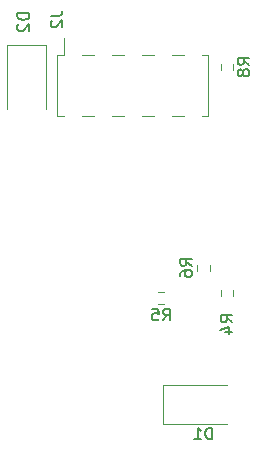
<source format=gbr>
%TF.GenerationSoftware,KiCad,Pcbnew,5.1.10-1.fc34*%
%TF.CreationDate,2021-09-08T08:00:36+01:00*%
%TF.ProjectId,cryosub_power_converter_top_v01,6372796f-7375-4625-9f70-6f7765725f63,rev?*%
%TF.SameCoordinates,Original*%
%TF.FileFunction,Legend,Bot*%
%TF.FilePolarity,Positive*%
%FSLAX46Y46*%
G04 Gerber Fmt 4.6, Leading zero omitted, Abs format (unit mm)*
G04 Created by KiCad (PCBNEW 5.1.10-1.fc34) date 2021-09-08 08:00:36*
%MOMM*%
%LPD*%
G01*
G04 APERTURE LIST*
%ADD10C,0.120000*%
%ADD11C,0.150000*%
G04 APERTURE END LIST*
D10*
%TO.C,J2*%
X105590000Y-105400000D02*
X105590000Y-110600000D01*
X118410000Y-105400000D02*
X118410000Y-110600000D01*
X106160000Y-103960000D02*
X106160000Y-105400000D01*
X105590000Y-105400000D02*
X106160000Y-105400000D01*
X105590000Y-110600000D02*
X106160000Y-110600000D01*
X117840000Y-105400000D02*
X118410000Y-105400000D01*
X117840000Y-110600000D02*
X118410000Y-110600000D01*
X107680000Y-105400000D02*
X108700000Y-105400000D01*
X107680000Y-110600000D02*
X108700000Y-110600000D01*
X110220000Y-105400000D02*
X111240000Y-105400000D01*
X110220000Y-110600000D02*
X111240000Y-110600000D01*
X112760000Y-105400000D02*
X113780000Y-105400000D01*
X112760000Y-110600000D02*
X113780000Y-110600000D01*
X115300000Y-105400000D02*
X116320000Y-105400000D01*
X115300000Y-110600000D02*
X116320000Y-110600000D01*
%TO.C,D1*%
X114600000Y-136650000D02*
X120000000Y-136650000D01*
X114600000Y-133350000D02*
X120000000Y-133350000D01*
X114600000Y-136650000D02*
X114600000Y-133350000D01*
%TO.C,D2*%
X101350000Y-104600000D02*
X104650000Y-104600000D01*
X104650000Y-104600000D02*
X104650000Y-110000000D01*
X101350000Y-104600000D02*
X101350000Y-110000000D01*
%TO.C,R4*%
X119477500Y-125332776D02*
X119477500Y-125842224D01*
X120522500Y-125332776D02*
X120522500Y-125842224D01*
%TO.C,R5*%
X114157776Y-126522500D02*
X114667224Y-126522500D01*
X114157776Y-125477500D02*
X114667224Y-125477500D01*
%TO.C,R6*%
X117477500Y-123157776D02*
X117477500Y-123667224D01*
X118522500Y-123157776D02*
X118522500Y-123667224D01*
%TO.C,R8*%
X119477500Y-106667224D02*
X119477500Y-106157776D01*
X120522500Y-106667224D02*
X120522500Y-106157776D01*
%TO.C,J2*%
D11*
X105052380Y-102066666D02*
X105766666Y-102066666D01*
X105909523Y-102019047D01*
X106004761Y-101923809D01*
X106052380Y-101780952D01*
X106052380Y-101685714D01*
X105147619Y-102495238D02*
X105100000Y-102542857D01*
X105052380Y-102638095D01*
X105052380Y-102876190D01*
X105100000Y-102971428D01*
X105147619Y-103019047D01*
X105242857Y-103066666D01*
X105338095Y-103066666D01*
X105480952Y-103019047D01*
X106052380Y-102447619D01*
X106052380Y-103066666D01*
%TO.C,D1*%
X118738095Y-137952380D02*
X118738095Y-136952380D01*
X118500000Y-136952380D01*
X118357142Y-137000000D01*
X118261904Y-137095238D01*
X118214285Y-137190476D01*
X118166666Y-137380952D01*
X118166666Y-137523809D01*
X118214285Y-137714285D01*
X118261904Y-137809523D01*
X118357142Y-137904761D01*
X118500000Y-137952380D01*
X118738095Y-137952380D01*
X117214285Y-137952380D02*
X117785714Y-137952380D01*
X117500000Y-137952380D02*
X117500000Y-136952380D01*
X117595238Y-137095238D01*
X117690476Y-137190476D01*
X117785714Y-137238095D01*
%TO.C,D2*%
X103252380Y-101861904D02*
X102252380Y-101861904D01*
X102252380Y-102100000D01*
X102300000Y-102242857D01*
X102395238Y-102338095D01*
X102490476Y-102385714D01*
X102680952Y-102433333D01*
X102823809Y-102433333D01*
X103014285Y-102385714D01*
X103109523Y-102338095D01*
X103204761Y-102242857D01*
X103252380Y-102100000D01*
X103252380Y-101861904D01*
X102347619Y-102814285D02*
X102300000Y-102861904D01*
X102252380Y-102957142D01*
X102252380Y-103195238D01*
X102300000Y-103290476D01*
X102347619Y-103338095D01*
X102442857Y-103385714D01*
X102538095Y-103385714D01*
X102680952Y-103338095D01*
X103252380Y-102766666D01*
X103252380Y-103385714D01*
%TO.C,R4*%
X120452380Y-128033333D02*
X119976190Y-127700000D01*
X120452380Y-127461904D02*
X119452380Y-127461904D01*
X119452380Y-127842857D01*
X119500000Y-127938095D01*
X119547619Y-127985714D01*
X119642857Y-128033333D01*
X119785714Y-128033333D01*
X119880952Y-127985714D01*
X119928571Y-127938095D01*
X119976190Y-127842857D01*
X119976190Y-127461904D01*
X119785714Y-128890476D02*
X120452380Y-128890476D01*
X119404761Y-128652380D02*
X120119047Y-128414285D01*
X120119047Y-129033333D01*
%TO.C,R5*%
X114579166Y-127882380D02*
X114912500Y-127406190D01*
X115150595Y-127882380D02*
X115150595Y-126882380D01*
X114769642Y-126882380D01*
X114674404Y-126930000D01*
X114626785Y-126977619D01*
X114579166Y-127072857D01*
X114579166Y-127215714D01*
X114626785Y-127310952D01*
X114674404Y-127358571D01*
X114769642Y-127406190D01*
X115150595Y-127406190D01*
X113674404Y-126882380D02*
X114150595Y-126882380D01*
X114198214Y-127358571D01*
X114150595Y-127310952D01*
X114055357Y-127263333D01*
X113817261Y-127263333D01*
X113722023Y-127310952D01*
X113674404Y-127358571D01*
X113626785Y-127453809D01*
X113626785Y-127691904D01*
X113674404Y-127787142D01*
X113722023Y-127834761D01*
X113817261Y-127882380D01*
X114055357Y-127882380D01*
X114150595Y-127834761D01*
X114198214Y-127787142D01*
%TO.C,R6*%
X117022380Y-123245833D02*
X116546190Y-122912500D01*
X117022380Y-122674404D02*
X116022380Y-122674404D01*
X116022380Y-123055357D01*
X116070000Y-123150595D01*
X116117619Y-123198214D01*
X116212857Y-123245833D01*
X116355714Y-123245833D01*
X116450952Y-123198214D01*
X116498571Y-123150595D01*
X116546190Y-123055357D01*
X116546190Y-122674404D01*
X116022380Y-124102976D02*
X116022380Y-123912500D01*
X116070000Y-123817261D01*
X116117619Y-123769642D01*
X116260476Y-123674404D01*
X116450952Y-123626785D01*
X116831904Y-123626785D01*
X116927142Y-123674404D01*
X116974761Y-123722023D01*
X117022380Y-123817261D01*
X117022380Y-124007738D01*
X116974761Y-124102976D01*
X116927142Y-124150595D01*
X116831904Y-124198214D01*
X116593809Y-124198214D01*
X116498571Y-124150595D01*
X116450952Y-124102976D01*
X116403333Y-124007738D01*
X116403333Y-123817261D01*
X116450952Y-123722023D01*
X116498571Y-123674404D01*
X116593809Y-123626785D01*
%TO.C,R8*%
X121882380Y-106245833D02*
X121406190Y-105912500D01*
X121882380Y-105674404D02*
X120882380Y-105674404D01*
X120882380Y-106055357D01*
X120930000Y-106150595D01*
X120977619Y-106198214D01*
X121072857Y-106245833D01*
X121215714Y-106245833D01*
X121310952Y-106198214D01*
X121358571Y-106150595D01*
X121406190Y-106055357D01*
X121406190Y-105674404D01*
X121310952Y-106817261D02*
X121263333Y-106722023D01*
X121215714Y-106674404D01*
X121120476Y-106626785D01*
X121072857Y-106626785D01*
X120977619Y-106674404D01*
X120930000Y-106722023D01*
X120882380Y-106817261D01*
X120882380Y-107007738D01*
X120930000Y-107102976D01*
X120977619Y-107150595D01*
X121072857Y-107198214D01*
X121120476Y-107198214D01*
X121215714Y-107150595D01*
X121263333Y-107102976D01*
X121310952Y-107007738D01*
X121310952Y-106817261D01*
X121358571Y-106722023D01*
X121406190Y-106674404D01*
X121501428Y-106626785D01*
X121691904Y-106626785D01*
X121787142Y-106674404D01*
X121834761Y-106722023D01*
X121882380Y-106817261D01*
X121882380Y-107007738D01*
X121834761Y-107102976D01*
X121787142Y-107150595D01*
X121691904Y-107198214D01*
X121501428Y-107198214D01*
X121406190Y-107150595D01*
X121358571Y-107102976D01*
X121310952Y-107007738D01*
%TD*%
M02*

</source>
